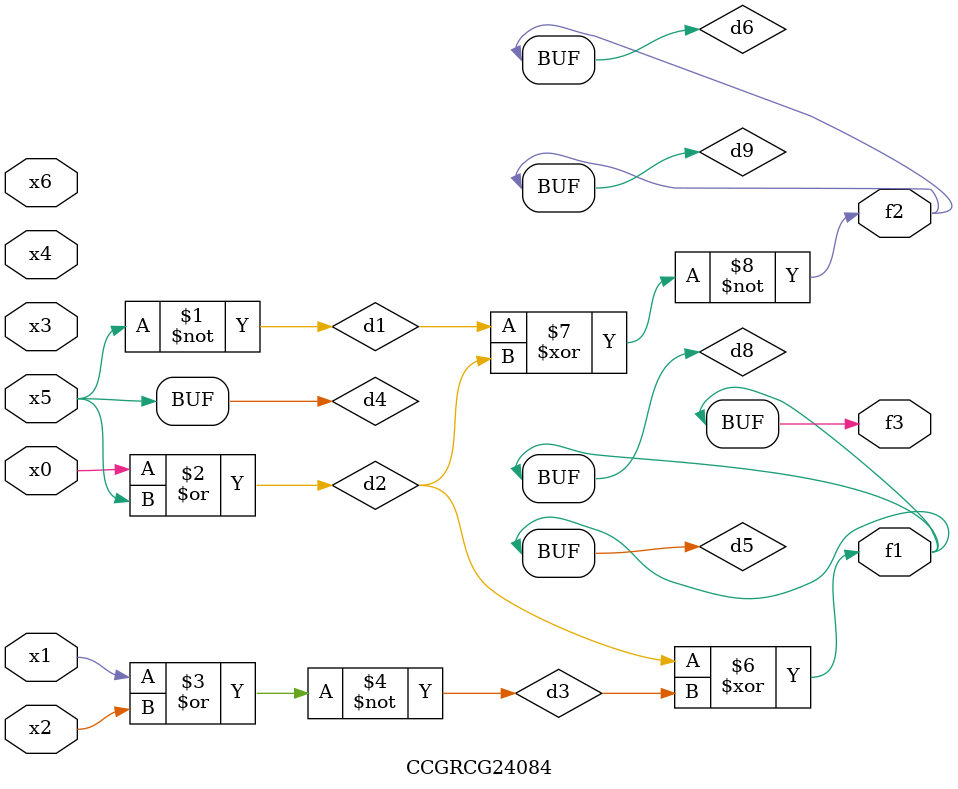
<source format=v>
module CCGRCG24084(
	input x0, x1, x2, x3, x4, x5, x6,
	output f1, f2, f3
);

	wire d1, d2, d3, d4, d5, d6, d7, d8, d9;

	nand (d1, x5);
	or (d2, x0, x5);
	nor (d3, x1, x2);
	xnor (d4, d1);
	xor (d5, d2, d3);
	xnor (d6, d1, d2);
	not (d7, x4);
	buf (d8, d5);
	xor (d9, d6);
	assign f1 = d8;
	assign f2 = d9;
	assign f3 = d8;
endmodule

</source>
